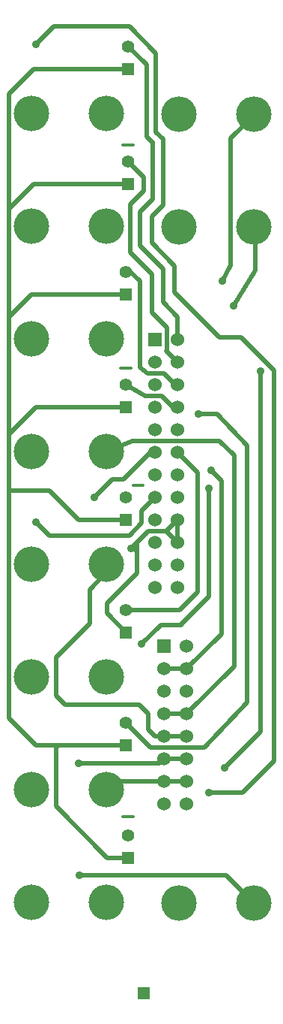
<source format=gtl>
G04 (created by PCBNEW-RS274X (2012-01-19 BZR 3256)-stable) date 12/6/2012 10:52:00 PM*
G01*
G70*
G90*
%MOIN*%
G04 Gerber Fmt 3.4, Leading zero omitted, Abs format*
%FSLAX34Y34*%
G04 APERTURE LIST*
%ADD10C,0.006000*%
%ADD11C,0.012000*%
%ADD12R,0.055000X0.055000*%
%ADD13R,0.060000X0.060000*%
%ADD14C,0.060000*%
%ADD15O,0.157500X0.157500*%
%ADD16C,0.055000*%
%ADD17C,0.035000*%
%ADD18C,0.020000*%
G04 APERTURE END LIST*
G54D10*
G54D11*
X44478Y-53969D02*
X44021Y-53969D01*
X44028Y-68669D02*
X43571Y-68669D01*
X43928Y-48769D02*
X43471Y-48769D01*
X44028Y-38869D02*
X43571Y-38869D01*
G54D12*
X44500Y-76525D03*
G54D13*
X45400Y-61125D03*
G54D14*
X46400Y-61125D03*
X45400Y-62125D03*
X46400Y-62125D03*
X45400Y-63125D03*
X46400Y-63125D03*
X45400Y-64125D03*
X46400Y-64125D03*
X45400Y-65125D03*
X46400Y-65125D03*
X45400Y-66125D03*
X46400Y-66125D03*
X45400Y-67125D03*
X46400Y-67125D03*
X45400Y-68125D03*
X46400Y-68125D03*
G54D13*
X45000Y-47500D03*
G54D14*
X46000Y-47500D03*
X45000Y-48500D03*
X46000Y-48500D03*
X45000Y-49500D03*
X46000Y-49500D03*
X45000Y-50500D03*
X46000Y-50500D03*
X45000Y-51500D03*
X46000Y-51500D03*
X45000Y-52500D03*
X46000Y-52500D03*
X45000Y-53500D03*
X46000Y-53500D03*
X45000Y-54500D03*
X46000Y-54500D03*
X45000Y-55500D03*
X46000Y-55500D03*
X45000Y-56500D03*
X46000Y-56500D03*
X45000Y-57500D03*
X46000Y-57500D03*
X45000Y-58500D03*
X46000Y-58500D03*
G54D15*
X49410Y-42520D03*
X46060Y-42520D03*
X39490Y-72480D03*
X42840Y-72480D03*
X39490Y-67480D03*
X42840Y-67480D03*
X39490Y-42480D03*
X42840Y-42480D03*
X49410Y-72520D03*
X46060Y-72520D03*
X49410Y-37520D03*
X46060Y-37520D03*
X39490Y-57480D03*
X42840Y-57480D03*
X39490Y-52480D03*
X42840Y-52480D03*
X39490Y-37480D03*
X42840Y-37480D03*
X39490Y-47480D03*
X42840Y-47480D03*
X39490Y-62480D03*
X42840Y-62480D03*
G54D12*
X43800Y-35500D03*
G54D16*
X43800Y-34500D03*
G54D12*
X43800Y-40600D03*
G54D16*
X43800Y-39600D03*
G54D12*
X43700Y-50500D03*
G54D16*
X43700Y-49500D03*
G54D12*
X43700Y-45500D03*
G54D16*
X43700Y-44500D03*
G54D12*
X43700Y-65500D03*
G54D16*
X43700Y-64500D03*
G54D12*
X43800Y-70500D03*
G54D16*
X43800Y-69500D03*
G54D12*
X43700Y-60500D03*
G54D16*
X43700Y-59500D03*
G54D12*
X43700Y-55500D03*
G54D16*
X43700Y-54500D03*
G54D17*
X47500Y-53325D03*
X48500Y-46000D03*
X48000Y-44900D03*
X41625Y-71275D03*
X47400Y-54125D03*
X44400Y-61025D03*
X46925Y-50800D03*
X42300Y-54500D03*
X41600Y-66325D03*
X47400Y-67625D03*
X39700Y-34425D03*
X48100Y-66525D03*
X49700Y-48925D03*
X39700Y-55600D03*
X43925Y-56775D03*
G54D18*
X45400Y-62125D02*
X46400Y-62125D01*
X47950Y-53775D02*
X47500Y-53325D01*
X47950Y-60575D02*
X47950Y-53775D01*
X46400Y-62125D02*
X47950Y-60575D01*
X49410Y-42520D02*
X49460Y-42520D01*
X48500Y-46000D02*
X49460Y-44440D01*
X49460Y-44440D02*
X49460Y-42520D01*
X48350Y-38580D02*
X49460Y-37520D01*
X49410Y-37520D02*
X49460Y-37520D01*
X48000Y-44900D02*
X48350Y-44200D01*
X48350Y-44200D02*
X48350Y-38580D01*
X48165Y-71275D02*
X41625Y-71275D01*
X49410Y-72520D02*
X48165Y-71275D01*
X46100Y-59525D02*
X46900Y-58725D01*
X43725Y-59525D02*
X46100Y-59525D01*
X46900Y-58725D02*
X46900Y-53400D01*
X43700Y-59500D02*
X43725Y-59525D01*
X46900Y-53400D02*
X46000Y-52500D01*
X43900Y-41525D02*
X44500Y-40925D01*
X45500Y-48000D02*
X45525Y-47975D01*
X46000Y-48500D02*
X45500Y-48000D01*
X45525Y-47975D02*
X45525Y-46975D01*
X45525Y-46975D02*
X44875Y-46325D01*
X44500Y-40925D02*
X44500Y-40300D01*
X44875Y-46325D02*
X44875Y-44625D01*
X44500Y-40300D02*
X43800Y-39600D01*
X43900Y-41525D02*
X43900Y-43650D01*
X44875Y-44625D02*
X43900Y-43650D01*
X45800Y-50500D02*
X45300Y-50000D01*
X46000Y-50500D02*
X45800Y-50500D01*
X44550Y-50000D02*
X43700Y-49500D01*
X45300Y-50000D02*
X44550Y-50000D01*
X42840Y-57860D02*
X42840Y-57480D01*
X40600Y-63325D02*
X41000Y-63725D01*
X45400Y-65125D02*
X45000Y-65125D01*
X40600Y-61600D02*
X40600Y-63325D01*
X42100Y-58600D02*
X42840Y-57860D01*
X44700Y-64125D02*
X44700Y-64825D01*
X42100Y-60100D02*
X40600Y-61600D01*
X44700Y-64825D02*
X45000Y-65125D01*
X42100Y-58600D02*
X42100Y-60100D01*
X41000Y-63725D02*
X44300Y-63725D01*
X44300Y-63725D02*
X44700Y-64125D01*
X45400Y-65125D02*
X46400Y-65125D01*
X47400Y-54125D02*
X47400Y-58925D01*
X46200Y-60125D02*
X46150Y-60175D01*
X47400Y-58925D02*
X46200Y-60125D01*
X46150Y-60175D02*
X45250Y-60175D01*
X45250Y-60175D02*
X44400Y-61025D01*
X49100Y-63625D02*
X47200Y-65625D01*
X49100Y-52225D02*
X49100Y-63625D01*
X47775Y-50800D02*
X49100Y-52225D01*
X44800Y-65600D02*
X44825Y-65625D01*
X47775Y-50800D02*
X46925Y-50800D01*
X44800Y-65600D02*
X43700Y-64500D01*
X44825Y-65625D02*
X47200Y-65625D01*
X47775Y-50800D02*
X46940Y-50800D01*
X46000Y-49500D02*
X45900Y-49500D01*
X45900Y-49500D02*
X45400Y-49000D01*
X44325Y-44925D02*
X43900Y-44500D01*
X45400Y-49000D02*
X44675Y-49000D01*
X44675Y-49000D02*
X44325Y-48750D01*
X43900Y-44500D02*
X43700Y-44500D01*
X44325Y-48750D02*
X44325Y-44925D01*
X44900Y-38775D02*
X44625Y-38500D01*
X44900Y-41275D02*
X44350Y-41825D01*
X44325Y-43350D02*
X44325Y-41850D01*
X44900Y-41275D02*
X44900Y-38775D01*
X46000Y-47500D02*
X46000Y-46500D01*
X44625Y-38500D02*
X44625Y-35325D01*
X44900Y-38775D02*
X44900Y-38750D01*
X45350Y-45850D02*
X45350Y-44375D01*
X44625Y-35325D02*
X43800Y-34500D01*
X44325Y-41850D02*
X44900Y-41275D01*
X46000Y-46500D02*
X45350Y-45850D01*
X45350Y-44375D02*
X44325Y-43350D01*
X48525Y-52650D02*
X48525Y-62000D01*
X42840Y-52480D02*
X44000Y-52000D01*
X47875Y-52000D02*
X48525Y-52650D01*
X46400Y-64125D02*
X45400Y-64125D01*
X47875Y-52000D02*
X44000Y-52000D01*
X48525Y-62000D02*
X46400Y-64125D01*
X45000Y-52500D02*
X44800Y-52500D01*
X43100Y-53700D02*
X42300Y-54500D01*
X43600Y-53700D02*
X43100Y-53700D01*
X44800Y-52500D02*
X43600Y-53700D01*
X45200Y-66325D02*
X45400Y-66125D01*
X45400Y-66125D02*
X46400Y-66125D01*
X41600Y-66325D02*
X45200Y-66325D01*
X47875Y-47400D02*
X45875Y-45400D01*
X47400Y-67625D02*
X48800Y-67625D01*
X45875Y-45400D02*
X45875Y-44250D01*
X50300Y-48875D02*
X48825Y-47400D01*
X48825Y-47400D02*
X47875Y-47400D01*
X45350Y-38625D02*
X45350Y-41550D01*
X48900Y-67625D02*
X48800Y-67625D01*
X48800Y-67625D02*
X48900Y-67625D01*
X48900Y-67625D02*
X50300Y-66225D01*
X45025Y-34800D02*
X43850Y-33625D01*
X43850Y-33625D02*
X40500Y-33625D01*
X50300Y-66225D02*
X50300Y-48875D01*
X45025Y-38300D02*
X45350Y-38625D01*
X45350Y-41550D02*
X44850Y-42050D01*
X44850Y-42050D02*
X44850Y-42750D01*
X40500Y-33625D02*
X39700Y-34425D01*
X45025Y-38300D02*
X45025Y-34800D01*
X44850Y-43225D02*
X45875Y-44250D01*
X44850Y-42750D02*
X44850Y-43225D01*
X49700Y-64925D02*
X48100Y-66525D01*
X49700Y-48925D02*
X49700Y-64925D01*
X44400Y-55650D02*
X44400Y-55100D01*
X43850Y-56200D02*
X44400Y-55650D01*
X40300Y-56200D02*
X43575Y-56200D01*
X40300Y-56200D02*
X39700Y-55600D01*
X43575Y-56200D02*
X43850Y-56200D01*
X45000Y-54500D02*
X44400Y-55100D01*
X44200Y-56925D02*
X44200Y-57350D01*
X40300Y-54200D02*
X38500Y-54200D01*
X43800Y-40600D02*
X39600Y-40600D01*
X39700Y-50500D02*
X38500Y-51700D01*
X46000Y-55500D02*
X45500Y-56000D01*
X40700Y-65500D02*
X39700Y-65500D01*
X41600Y-55500D02*
X40300Y-54200D01*
X39600Y-35500D02*
X38500Y-36600D01*
X44200Y-57350D02*
X44200Y-57875D01*
X38500Y-36600D02*
X38500Y-41700D01*
X46000Y-55500D02*
X46000Y-56500D01*
X39700Y-65500D02*
X38500Y-64300D01*
X43700Y-50500D02*
X39700Y-50500D01*
X40600Y-65600D02*
X40600Y-68225D01*
X39600Y-40600D02*
X38500Y-41700D01*
X38500Y-54200D02*
X38500Y-64300D01*
X44200Y-56925D02*
X44050Y-56775D01*
X38500Y-51700D02*
X38500Y-54200D01*
X43800Y-35500D02*
X39600Y-35500D01*
X42850Y-59650D02*
X43700Y-60500D01*
X44700Y-56000D02*
X44200Y-56500D01*
X44200Y-57875D02*
X42850Y-59225D01*
X44050Y-56775D02*
X43925Y-56775D01*
X44200Y-56500D02*
X43925Y-56775D01*
X39500Y-45500D02*
X38500Y-46500D01*
X43700Y-55500D02*
X41600Y-55500D01*
X40600Y-68225D02*
X42875Y-70500D01*
X45500Y-56000D02*
X44700Y-56000D01*
X43800Y-70500D02*
X42875Y-70500D01*
X44200Y-56925D02*
X44200Y-56500D01*
X38500Y-41700D02*
X38500Y-46500D01*
X42850Y-59250D02*
X42850Y-59650D01*
X40700Y-65500D02*
X40600Y-65600D01*
X46000Y-56500D02*
X45500Y-56000D01*
X43700Y-45500D02*
X39500Y-45500D01*
X43700Y-65500D02*
X40700Y-65500D01*
X42850Y-59225D02*
X42850Y-59250D01*
X38500Y-46500D02*
X38500Y-51700D01*
X45400Y-67125D02*
X43800Y-67125D01*
X43195Y-67125D02*
X42840Y-67480D01*
X43800Y-67125D02*
X43195Y-67125D01*
X45400Y-67125D02*
X46400Y-67125D01*
M02*

</source>
